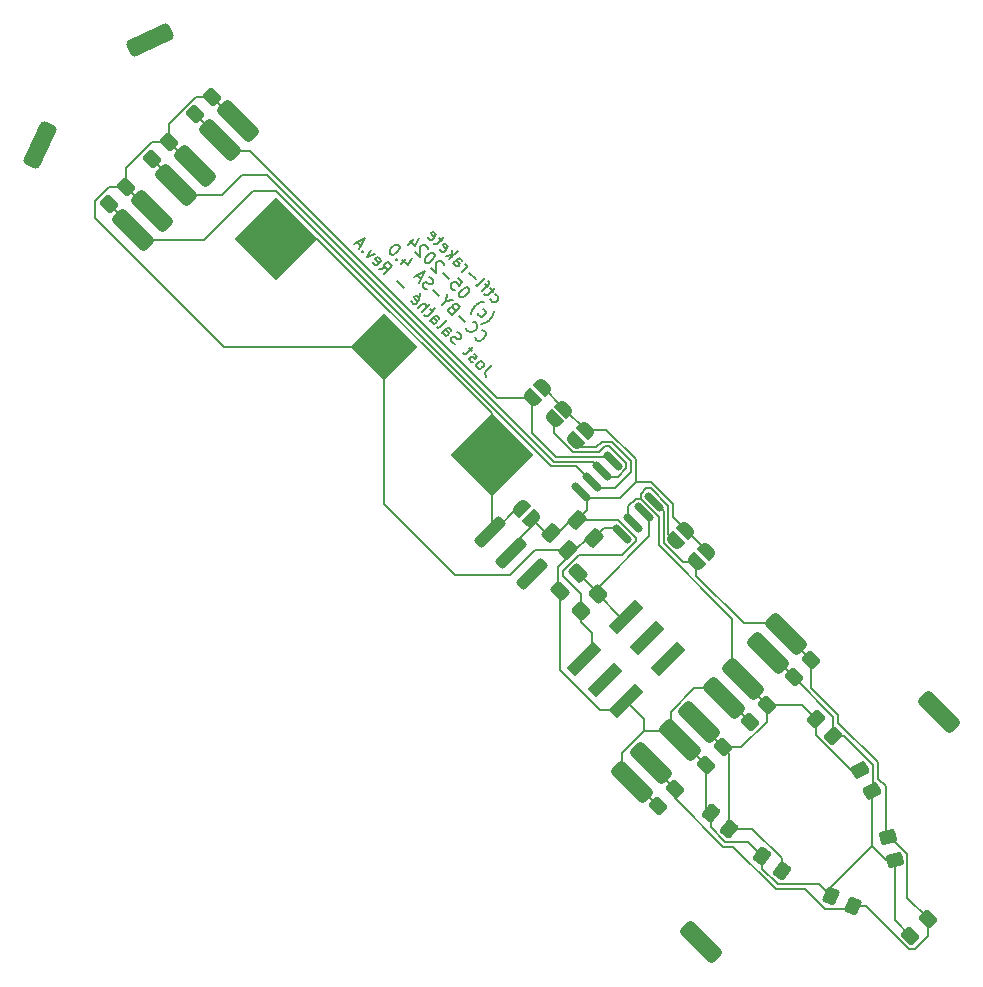
<source format=gbl>
G04 #@! TF.GenerationSoftware,KiCad,Pcbnew,8.0.2-8.0.2-0~ubuntu22.04.1*
G04 #@! TF.CreationDate,2024-05-28T23:24:00+02:00*
G04 #@! TF.ProjectId,ctfl-rakete-tht,6374666c-2d72-4616-9b65-74652d746874,rev?*
G04 #@! TF.SameCoordinates,Original*
G04 #@! TF.FileFunction,Copper,L2,Bot*
G04 #@! TF.FilePolarity,Positive*
%FSLAX46Y46*%
G04 Gerber Fmt 4.6, Leading zero omitted, Abs format (unit mm)*
G04 Created by KiCad (PCBNEW 8.0.2-8.0.2-0~ubuntu22.04.1) date 2024-05-28 23:24:00*
%MOMM*%
%LPD*%
G01*
G04 APERTURE LIST*
G04 Aperture macros list*
%AMRoundRect*
0 Rectangle with rounded corners*
0 $1 Rounding radius*
0 $2 $3 $4 $5 $6 $7 $8 $9 X,Y pos of 4 corners*
0 Add a 4 corners polygon primitive as box body*
4,1,4,$2,$3,$4,$5,$6,$7,$8,$9,$2,$3,0*
0 Add four circle primitives for the rounded corners*
1,1,$1+$1,$2,$3*
1,1,$1+$1,$4,$5*
1,1,$1+$1,$6,$7*
1,1,$1+$1,$8,$9*
0 Add four rect primitives between the rounded corners*
20,1,$1+$1,$2,$3,$4,$5,0*
20,1,$1+$1,$4,$5,$6,$7,0*
20,1,$1+$1,$6,$7,$8,$9,0*
20,1,$1+$1,$8,$9,$2,$3,0*%
%AMRotRect*
0 Rectangle, with rotation*
0 The origin of the aperture is its center*
0 $1 length*
0 $2 width*
0 $3 Rotation angle, in degrees counterclockwise*
0 Add horizontal line*
21,1,$1,$2,0,0,$3*%
%AMFreePoly0*
4,1,19,0.499999,-0.750000,0.000000,-0.750000,0.000000,-0.744912,-0.071157,-0.744911,-0.207708,-0.704816,-0.327430,-0.627875,-0.420627,-0.520320,-0.479746,-0.390866,-0.500000,-0.250000,-0.500000,0.250000,-0.479746,0.390866,-0.420627,0.520320,-0.327430,0.627875,-0.207708,0.704816,-0.071157,0.744911,0.000000,0.744912,0.000000,0.750000,0.499999,0.750000,0.499999,-0.750000,0.499999,-0.750000,
$1*%
%AMFreePoly1*
4,1,19,0.000000,0.744912,0.071157,0.744911,0.207708,0.704816,0.327430,0.627875,0.420627,0.520320,0.479746,0.390866,0.500000,0.250000,0.500000,-0.250000,0.479746,-0.390866,0.420627,-0.520320,0.327430,-0.627875,0.207708,-0.704816,0.071157,-0.744911,0.000000,-0.744912,0.000000,-0.750000,-0.499999,-0.750000,-0.499999,0.750000,0.000000,0.750000,0.000000,0.744912,0.000000,0.744912,
$1*%
G04 Aperture macros list end*
%ADD10C,0.200000*%
G04 #@! TA.AperFunction,NonConductor*
%ADD11C,0.200000*%
G04 #@! TD*
G04 #@! TA.AperFunction,SMDPad,CuDef*
%ADD12RoundRect,0.250000X0.574524X0.097227X0.097227X0.574524X-0.574524X-0.097227X-0.097227X-0.574524X0*%
G04 #@! TD*
G04 #@! TA.AperFunction,SMDPad,CuDef*
%ADD13RotRect,5.000000X5.000000X315.000000*%
G04 #@! TD*
G04 #@! TA.AperFunction,SMDPad,CuDef*
%ADD14RotRect,4.000000X4.000000X315.000000*%
G04 #@! TD*
G04 #@! TA.AperFunction,SMDPad,CuDef*
%ADD15RoundRect,0.250000X0.546382X0.097939X0.078811X0.549467X-0.546382X-0.097939X-0.078811X-0.549467X0*%
G04 #@! TD*
G04 #@! TA.AperFunction,SMDPad,CuDef*
%ADD16FreePoly0,315.000000*%
G04 #@! TD*
G04 #@! TA.AperFunction,SMDPad,CuDef*
%ADD17FreePoly1,315.000000*%
G04 #@! TD*
G04 #@! TA.AperFunction,SMDPad,CuDef*
%ADD18FreePoly0,45.000000*%
G04 #@! TD*
G04 #@! TA.AperFunction,SMDPad,CuDef*
%ADD19FreePoly1,45.000000*%
G04 #@! TD*
G04 #@! TA.AperFunction,SMDPad,CuDef*
%ADD20RoundRect,0.250000X0.088388X-0.548008X0.548008X-0.088388X-0.088388X0.548008X-0.548008X0.088388X0*%
G04 #@! TD*
G04 #@! TA.AperFunction,SMDPad,CuDef*
%ADD21RoundRect,0.250000X0.551142X-0.066087X0.236016X0.502416X-0.551142X0.066087X-0.236016X-0.502416X0*%
G04 #@! TD*
G04 #@! TA.AperFunction,SMDPad,CuDef*
%ADD22RoundRect,0.375000X0.883883X-1.414214X1.414214X-0.883883X-0.883883X1.414214X-1.414214X0.883883X0*%
G04 #@! TD*
G04 #@! TA.AperFunction,SMDPad,CuDef*
%ADD23RoundRect,0.375000X-0.883883X1.414214X-1.414214X0.883883X0.883883X-1.414214X1.414214X-0.883883X0*%
G04 #@! TD*
G04 #@! TA.AperFunction,SMDPad,CuDef*
%ADD24RoundRect,0.250000X-0.088388X0.548008X-0.548008X0.088388X0.088388X-0.548008X0.548008X-0.088388X0*%
G04 #@! TD*
G04 #@! TA.AperFunction,SMDPad,CuDef*
%ADD25RoundRect,0.375000X-1.026620X-1.314268X-0.346889X-1.631232X1.026620X1.314268X0.346889X1.631232X0*%
G04 #@! TD*
G04 #@! TA.AperFunction,SMDPad,CuDef*
%ADD26RoundRect,0.375000X-1.631232X-0.346889X-1.314268X-1.026620X1.631232X0.346889X1.314268X1.026620X0*%
G04 #@! TD*
G04 #@! TA.AperFunction,SMDPad,CuDef*
%ADD27RoundRect,0.250000X-0.538219X-0.135814X-0.040290X-0.553626X0.538219X0.135814X0.040290X0.553626X0*%
G04 #@! TD*
G04 #@! TA.AperFunction,SMDPad,CuDef*
%ADD28RoundRect,0.250000X-0.530373X-0.163796X-0.011260X-0.554976X0.530373X0.163796X0.011260X0.554976X0*%
G04 #@! TD*
G04 #@! TA.AperFunction,SMDPad,CuDef*
%ADD29RotRect,3.150000X1.000000X225.000000*%
G04 #@! TD*
G04 #@! TA.AperFunction,SMDPad,CuDef*
%ADD30RoundRect,0.200000X1.131371X0.707107X0.707107X1.131371X-1.131371X-0.707107X-0.707107X-1.131371X0*%
G04 #@! TD*
G04 #@! TA.AperFunction,SMDPad,CuDef*
%ADD31RoundRect,0.150000X-0.689429X0.477297X0.477297X-0.689429X0.689429X-0.477297X-0.477297X0.689429X0*%
G04 #@! TD*
G04 #@! TA.AperFunction,SMDPad,CuDef*
%ADD32RoundRect,0.250000X0.518783X-0.197457X0.350550X0.430394X-0.518783X0.197457X-0.350550X-0.430394X0*%
G04 #@! TD*
G04 #@! TA.AperFunction,SMDPad,CuDef*
%ADD33RoundRect,0.250000X0.097227X-0.574524X0.574524X-0.097227X-0.097227X0.574524X-0.574524X0.097227X0*%
G04 #@! TD*
G04 #@! TA.AperFunction,SMDPad,CuDef*
%ADD34RoundRect,0.250000X0.070711X-0.565685X0.565685X-0.070711X-0.070711X0.565685X-0.565685X0.070711X0*%
G04 #@! TD*
G04 #@! TA.AperFunction,SMDPad,CuDef*
%ADD35RoundRect,0.250000X-0.479934X-0.278906X0.113871X-0.543285X0.479934X0.278906X-0.113871X0.543285X0*%
G04 #@! TD*
G04 #@! TA.AperFunction,Conductor*
%ADD36C,0.200000*%
G04 #@! TD*
G04 APERTURE END LIST*
D10*
D11*
X142734479Y-74648941D02*
X142768150Y-74749956D01*
X142768150Y-74749956D02*
X142902838Y-74884643D01*
X142902838Y-74884643D02*
X143003853Y-74918315D01*
X143003853Y-74918315D02*
X143071196Y-74918315D01*
X143071196Y-74918315D02*
X143172212Y-74884643D01*
X143172212Y-74884643D02*
X143374242Y-74682612D01*
X143374242Y-74682612D02*
X143407914Y-74581597D01*
X143407914Y-74581597D02*
X143407914Y-74514254D01*
X143407914Y-74514254D02*
X143374242Y-74413238D01*
X143374242Y-74413238D02*
X143239555Y-74278551D01*
X143239555Y-74278551D02*
X143138540Y-74244880D01*
X142970181Y-74009177D02*
X142700807Y-73739803D01*
X143104868Y-73672460D02*
X142498776Y-74278551D01*
X142498776Y-74278551D02*
X142397761Y-74312223D01*
X142397761Y-74312223D02*
X142296746Y-74278551D01*
X142296746Y-74278551D02*
X142229402Y-74211208D01*
X142566120Y-73605116D02*
X142296746Y-73335742D01*
X141993700Y-73975505D02*
X142599791Y-73369414D01*
X142599791Y-73369414D02*
X142633463Y-73268398D01*
X142633463Y-73268398D02*
X142599791Y-73167383D01*
X142599791Y-73167383D02*
X142532448Y-73100040D01*
X141488623Y-73470429D02*
X141589638Y-73504100D01*
X141589638Y-73504100D02*
X141690654Y-73470429D01*
X141690654Y-73470429D02*
X142296745Y-72864337D01*
X141488623Y-72931680D02*
X140949875Y-72392932D01*
X140343784Y-72325589D02*
X140815188Y-71854184D01*
X140680501Y-71988871D02*
X140714173Y-71887856D01*
X140714173Y-71887856D02*
X140714173Y-71820513D01*
X140714173Y-71820513D02*
X140680501Y-71719497D01*
X140680501Y-71719497D02*
X140613158Y-71652154D01*
X139603005Y-71584810D02*
X139973394Y-71214421D01*
X139973394Y-71214421D02*
X140074409Y-71180749D01*
X140074409Y-71180749D02*
X140175424Y-71214421D01*
X140175424Y-71214421D02*
X140310111Y-71349108D01*
X140310111Y-71349108D02*
X140343783Y-71450123D01*
X139636676Y-71551138D02*
X139670348Y-71652154D01*
X139670348Y-71652154D02*
X139838707Y-71820512D01*
X139838707Y-71820512D02*
X139939722Y-71854184D01*
X139939722Y-71854184D02*
X140040737Y-71820512D01*
X140040737Y-71820512D02*
X140108081Y-71753169D01*
X140108081Y-71753169D02*
X140141753Y-71652154D01*
X140141753Y-71652154D02*
X140108081Y-71551138D01*
X140108081Y-71551138D02*
X139939722Y-71382780D01*
X139939722Y-71382780D02*
X139906050Y-71281764D01*
X139266287Y-71248093D02*
X139973394Y-70540986D01*
X139468318Y-70911375D02*
X138996913Y-70978718D01*
X139468318Y-70507314D02*
X139468318Y-71046062D01*
X138458165Y-70372627D02*
X138491837Y-70473642D01*
X138491837Y-70473642D02*
X138626524Y-70608329D01*
X138626524Y-70608329D02*
X138727539Y-70642001D01*
X138727539Y-70642001D02*
X138828554Y-70608329D01*
X138828554Y-70608329D02*
X139097928Y-70338955D01*
X139097928Y-70338955D02*
X139131600Y-70237940D01*
X139131600Y-70237940D02*
X139097928Y-70136925D01*
X139097928Y-70136925D02*
X138963241Y-70002238D01*
X138963241Y-70002238D02*
X138862226Y-69968566D01*
X138862226Y-69968566D02*
X138761211Y-70002238D01*
X138761211Y-70002238D02*
X138693867Y-70069581D01*
X138693867Y-70069581D02*
X138963241Y-70473642D01*
X138660195Y-69699192D02*
X138390821Y-69429818D01*
X138794882Y-69362474D02*
X138188791Y-69968566D01*
X138188791Y-69968566D02*
X138087776Y-70002237D01*
X138087776Y-70002237D02*
X137986760Y-69968566D01*
X137986760Y-69968566D02*
X137919417Y-69901222D01*
X137448012Y-69362474D02*
X137481684Y-69463489D01*
X137481684Y-69463489D02*
X137616371Y-69598176D01*
X137616371Y-69598176D02*
X137717386Y-69631848D01*
X137717386Y-69631848D02*
X137818401Y-69598176D01*
X137818401Y-69598176D02*
X138087775Y-69328802D01*
X138087775Y-69328802D02*
X138121447Y-69227787D01*
X138121447Y-69227787D02*
X138087775Y-69126772D01*
X138087775Y-69126772D02*
X137953088Y-68992085D01*
X137953088Y-68992085D02*
X137852073Y-68958413D01*
X137852073Y-68958413D02*
X137751058Y-68992085D01*
X137751058Y-68992085D02*
X137683714Y-69059428D01*
X137683714Y-69059428D02*
X137953088Y-69463489D01*
X141932794Y-76730151D02*
X142000137Y-76730151D01*
X142000137Y-76730151D02*
X142168496Y-76696479D01*
X142168496Y-76696479D02*
X142269511Y-76662808D01*
X142269511Y-76662808D02*
X142404198Y-76595464D01*
X142404198Y-76595464D02*
X142606229Y-76460777D01*
X142606229Y-76460777D02*
X142740916Y-76326090D01*
X142740916Y-76326090D02*
X142875603Y-76124060D01*
X142875603Y-76124060D02*
X142942946Y-75989373D01*
X142942946Y-75989373D02*
X142976618Y-75888357D01*
X142976618Y-75888357D02*
X143010290Y-75719999D01*
X143010290Y-75719999D02*
X143010290Y-75652655D01*
X141663419Y-75854685D02*
X141697091Y-75955701D01*
X141697091Y-75955701D02*
X141831778Y-76090388D01*
X141831778Y-76090388D02*
X141932793Y-76124059D01*
X141932793Y-76124059D02*
X142000137Y-76124059D01*
X142000137Y-76124059D02*
X142101152Y-76090388D01*
X142101152Y-76090388D02*
X142303183Y-75888357D01*
X142303183Y-75888357D02*
X142336855Y-75787342D01*
X142336855Y-75787342D02*
X142336855Y-75719998D01*
X142336855Y-75719998D02*
X142303183Y-75618983D01*
X142303183Y-75618983D02*
X142168496Y-75484296D01*
X142168496Y-75484296D02*
X142067480Y-75450624D01*
X141124671Y-75922029D02*
X141124671Y-75854685D01*
X141124671Y-75854685D02*
X141158343Y-75686326D01*
X141158343Y-75686326D02*
X141192015Y-75585311D01*
X141192015Y-75585311D02*
X141259358Y-75450624D01*
X141259358Y-75450624D02*
X141394045Y-75248594D01*
X141394045Y-75248594D02*
X141528732Y-75113907D01*
X141528732Y-75113907D02*
X141730763Y-74979220D01*
X141730763Y-74979220D02*
X141865450Y-74911876D01*
X141865450Y-74911876D02*
X141966465Y-74878204D01*
X141966465Y-74878204D02*
X142134824Y-74844533D01*
X142134824Y-74844533D02*
X142202167Y-74844533D01*
X140888969Y-73733364D02*
X140821625Y-73666021D01*
X140821625Y-73666021D02*
X140720610Y-73632349D01*
X140720610Y-73632349D02*
X140653266Y-73632349D01*
X140653266Y-73632349D02*
X140552251Y-73666021D01*
X140552251Y-73666021D02*
X140383892Y-73767036D01*
X140383892Y-73767036D02*
X140215534Y-73935395D01*
X140215534Y-73935395D02*
X140114518Y-74103754D01*
X140114518Y-74103754D02*
X140080847Y-74204769D01*
X140080847Y-74204769D02*
X140080847Y-74272113D01*
X140080847Y-74272113D02*
X140114518Y-74373128D01*
X140114518Y-74373128D02*
X140181862Y-74440471D01*
X140181862Y-74440471D02*
X140282877Y-74474143D01*
X140282877Y-74474143D02*
X140350221Y-74474143D01*
X140350221Y-74474143D02*
X140451236Y-74440471D01*
X140451236Y-74440471D02*
X140619595Y-74339456D01*
X140619595Y-74339456D02*
X140787953Y-74171097D01*
X140787953Y-74171097D02*
X140888969Y-74002739D01*
X140888969Y-74002739D02*
X140922640Y-73901723D01*
X140922640Y-73901723D02*
X140922640Y-73834380D01*
X140922640Y-73834380D02*
X140888969Y-73733364D01*
X140013503Y-72857899D02*
X140350221Y-73194616D01*
X140350221Y-73194616D02*
X140047175Y-73565006D01*
X140047175Y-73565006D02*
X140047175Y-73497662D01*
X140047175Y-73497662D02*
X140013503Y-73396647D01*
X140013503Y-73396647D02*
X139845144Y-73228288D01*
X139845144Y-73228288D02*
X139744129Y-73194616D01*
X139744129Y-73194616D02*
X139676786Y-73194616D01*
X139676786Y-73194616D02*
X139575770Y-73228288D01*
X139575770Y-73228288D02*
X139407412Y-73396647D01*
X139407412Y-73396647D02*
X139373740Y-73497662D01*
X139373740Y-73497662D02*
X139373740Y-73565006D01*
X139373740Y-73565006D02*
X139407412Y-73666021D01*
X139407412Y-73666021D02*
X139575770Y-73834380D01*
X139575770Y-73834380D02*
X139676786Y-73868051D01*
X139676786Y-73868051D02*
X139744129Y-73868051D01*
X139239053Y-72958914D02*
X138700305Y-72420166D01*
X138767648Y-71746731D02*
X138767648Y-71679388D01*
X138767648Y-71679388D02*
X138733977Y-71578373D01*
X138733977Y-71578373D02*
X138565618Y-71410014D01*
X138565618Y-71410014D02*
X138464603Y-71376342D01*
X138464603Y-71376342D02*
X138397259Y-71376342D01*
X138397259Y-71376342D02*
X138296244Y-71410014D01*
X138296244Y-71410014D02*
X138228900Y-71477357D01*
X138228900Y-71477357D02*
X138161557Y-71612044D01*
X138161557Y-71612044D02*
X138161557Y-72420166D01*
X138161557Y-72420166D02*
X137723824Y-71982434D01*
X137993198Y-70837594D02*
X137925855Y-70770250D01*
X137925855Y-70770250D02*
X137824839Y-70736579D01*
X137824839Y-70736579D02*
X137757496Y-70736579D01*
X137757496Y-70736579D02*
X137656481Y-70770250D01*
X137656481Y-70770250D02*
X137488122Y-70871266D01*
X137488122Y-70871266D02*
X137319763Y-71039624D01*
X137319763Y-71039624D02*
X137218748Y-71207983D01*
X137218748Y-71207983D02*
X137185076Y-71308998D01*
X137185076Y-71308998D02*
X137185076Y-71376342D01*
X137185076Y-71376342D02*
X137218748Y-71477357D01*
X137218748Y-71477357D02*
X137286091Y-71544701D01*
X137286091Y-71544701D02*
X137387107Y-71578372D01*
X137387107Y-71578372D02*
X137454450Y-71578372D01*
X137454450Y-71578372D02*
X137555465Y-71544701D01*
X137555465Y-71544701D02*
X137723824Y-71443685D01*
X137723824Y-71443685D02*
X137892183Y-71275327D01*
X137892183Y-71275327D02*
X137993198Y-71106968D01*
X137993198Y-71106968D02*
X138026870Y-71005953D01*
X138026870Y-71005953D02*
X138026870Y-70938609D01*
X138026870Y-70938609D02*
X137993198Y-70837594D01*
X137420778Y-70399861D02*
X137420778Y-70332518D01*
X137420778Y-70332518D02*
X137387107Y-70231502D01*
X137387107Y-70231502D02*
X137218748Y-70063144D01*
X137218748Y-70063144D02*
X137117733Y-70029472D01*
X137117733Y-70029472D02*
X137050389Y-70029472D01*
X137050389Y-70029472D02*
X136949374Y-70063144D01*
X136949374Y-70063144D02*
X136882030Y-70130487D01*
X136882030Y-70130487D02*
X136814687Y-70265174D01*
X136814687Y-70265174D02*
X136814687Y-71073296D01*
X136814687Y-71073296D02*
X136376954Y-70635563D01*
X136242267Y-69558067D02*
X135770862Y-70029472D01*
X136680000Y-69457052D02*
X136343282Y-70130487D01*
X136343282Y-70130487D02*
X135905549Y-69692754D01*
X141417319Y-77818045D02*
X141417319Y-77885389D01*
X141417319Y-77885389D02*
X141484662Y-78020076D01*
X141484662Y-78020076D02*
X141552006Y-78087419D01*
X141552006Y-78087419D02*
X141686693Y-78154763D01*
X141686693Y-78154763D02*
X141821380Y-78154763D01*
X141821380Y-78154763D02*
X141922395Y-78121091D01*
X141922395Y-78121091D02*
X142090754Y-78020076D01*
X142090754Y-78020076D02*
X142191769Y-77919061D01*
X142191769Y-77919061D02*
X142292785Y-77750702D01*
X142292785Y-77750702D02*
X142326456Y-77649687D01*
X142326456Y-77649687D02*
X142326456Y-77515000D01*
X142326456Y-77515000D02*
X142259113Y-77380313D01*
X142259113Y-77380313D02*
X142191769Y-77312969D01*
X142191769Y-77312969D02*
X142057082Y-77245626D01*
X142057082Y-77245626D02*
X141989739Y-77245626D01*
X140710212Y-77110939D02*
X140710212Y-77178282D01*
X140710212Y-77178282D02*
X140777556Y-77312969D01*
X140777556Y-77312969D02*
X140844899Y-77380313D01*
X140844899Y-77380313D02*
X140979586Y-77447656D01*
X140979586Y-77447656D02*
X141114273Y-77447656D01*
X141114273Y-77447656D02*
X141215288Y-77413984D01*
X141215288Y-77413984D02*
X141383647Y-77312969D01*
X141383647Y-77312969D02*
X141484662Y-77211954D01*
X141484662Y-77211954D02*
X141585678Y-77043595D01*
X141585678Y-77043595D02*
X141619349Y-76942580D01*
X141619349Y-76942580D02*
X141619349Y-76807893D01*
X141619349Y-76807893D02*
X141552006Y-76673206D01*
X141552006Y-76673206D02*
X141484662Y-76605862D01*
X141484662Y-76605862D02*
X141349975Y-76538519D01*
X141349975Y-76538519D02*
X141282632Y-76538519D01*
X140609197Y-76605862D02*
X140070449Y-76067114D01*
X139599045Y-75393679D02*
X139464358Y-75326336D01*
X139464358Y-75326336D02*
X139397014Y-75326336D01*
X139397014Y-75326336D02*
X139295999Y-75360008D01*
X139295999Y-75360008D02*
X139194984Y-75461023D01*
X139194984Y-75461023D02*
X139161312Y-75562038D01*
X139161312Y-75562038D02*
X139161312Y-75629382D01*
X139161312Y-75629382D02*
X139194984Y-75730397D01*
X139194984Y-75730397D02*
X139464358Y-75999771D01*
X139464358Y-75999771D02*
X140171464Y-75292664D01*
X140171464Y-75292664D02*
X139935762Y-75056962D01*
X139935762Y-75056962D02*
X139834747Y-75023290D01*
X139834747Y-75023290D02*
X139767403Y-75023290D01*
X139767403Y-75023290D02*
X139666388Y-75056962D01*
X139666388Y-75056962D02*
X139599045Y-75124305D01*
X139599045Y-75124305D02*
X139565373Y-75225321D01*
X139565373Y-75225321D02*
X139565373Y-75292664D01*
X139565373Y-75292664D02*
X139599045Y-75393679D01*
X139599045Y-75393679D02*
X139834747Y-75629382D01*
X138959281Y-74821260D02*
X138622564Y-75157977D01*
X139565373Y-74686573D02*
X138959281Y-74821260D01*
X138959281Y-74821260D02*
X139093968Y-74215168D01*
X138420533Y-74417199D02*
X137881785Y-73878451D01*
X137343037Y-73811107D02*
X137208350Y-73743764D01*
X137208350Y-73743764D02*
X137039992Y-73575405D01*
X137039992Y-73575405D02*
X137006320Y-73474390D01*
X137006320Y-73474390D02*
X137006320Y-73407046D01*
X137006320Y-73407046D02*
X137039992Y-73306031D01*
X137039992Y-73306031D02*
X137107335Y-73238687D01*
X137107335Y-73238687D02*
X137208350Y-73205016D01*
X137208350Y-73205016D02*
X137275694Y-73205016D01*
X137275694Y-73205016D02*
X137376709Y-73238687D01*
X137376709Y-73238687D02*
X137545068Y-73339703D01*
X137545068Y-73339703D02*
X137646083Y-73373374D01*
X137646083Y-73373374D02*
X137713427Y-73373374D01*
X137713427Y-73373374D02*
X137814442Y-73339703D01*
X137814442Y-73339703D02*
X137881785Y-73272359D01*
X137881785Y-73272359D02*
X137915457Y-73171344D01*
X137915457Y-73171344D02*
X137915457Y-73104000D01*
X137915457Y-73104000D02*
X137881785Y-73002985D01*
X137881785Y-73002985D02*
X137713427Y-72834626D01*
X137713427Y-72834626D02*
X137578740Y-72767283D01*
X136837961Y-72969313D02*
X136501243Y-72632596D01*
X136703274Y-73238687D02*
X137174679Y-72295878D01*
X137174679Y-72295878D02*
X136231869Y-72767283D01*
X135625778Y-71218382D02*
X135154373Y-71689787D01*
X136063510Y-71117367D02*
X135726793Y-71790802D01*
X135726793Y-71790802D02*
X135289060Y-71353069D01*
X134851327Y-71252054D02*
X134783984Y-71252054D01*
X134783984Y-71252054D02*
X134783984Y-71319397D01*
X134783984Y-71319397D02*
X134851327Y-71319397D01*
X134851327Y-71319397D02*
X134851327Y-71252054D01*
X134851327Y-71252054D02*
X134783984Y-71319397D01*
X135019686Y-70140886D02*
X134952343Y-70073543D01*
X134952343Y-70073543D02*
X134851328Y-70039871D01*
X134851328Y-70039871D02*
X134783984Y-70039871D01*
X134783984Y-70039871D02*
X134682969Y-70073543D01*
X134682969Y-70073543D02*
X134514610Y-70174558D01*
X134514610Y-70174558D02*
X134346251Y-70342917D01*
X134346251Y-70342917D02*
X134245236Y-70511276D01*
X134245236Y-70511276D02*
X134211564Y-70612291D01*
X134211564Y-70612291D02*
X134211564Y-70679634D01*
X134211564Y-70679634D02*
X134245236Y-70780650D01*
X134245236Y-70780650D02*
X134312580Y-70847993D01*
X134312580Y-70847993D02*
X134413595Y-70881665D01*
X134413595Y-70881665D02*
X134480938Y-70881665D01*
X134480938Y-70881665D02*
X134581954Y-70847993D01*
X134581954Y-70847993D02*
X134750312Y-70746978D01*
X134750312Y-70746978D02*
X134918671Y-70578619D01*
X134918671Y-70578619D02*
X135019686Y-70410260D01*
X135019686Y-70410260D02*
X135053358Y-70309245D01*
X135053358Y-70309245D02*
X135053358Y-70241902D01*
X135053358Y-70241902D02*
X135019686Y-70140886D01*
X142837971Y-80235975D02*
X142332895Y-80741051D01*
X142332895Y-80741051D02*
X142265551Y-80875738D01*
X142265551Y-80875738D02*
X142265551Y-81010425D01*
X142265551Y-81010425D02*
X142332895Y-81145112D01*
X142332895Y-81145112D02*
X142400238Y-81212456D01*
X141693131Y-80505349D02*
X141794147Y-80539021D01*
X141794147Y-80539021D02*
X141861490Y-80539021D01*
X141861490Y-80539021D02*
X141962506Y-80505349D01*
X141962506Y-80505349D02*
X142164536Y-80303318D01*
X142164536Y-80303318D02*
X142198208Y-80202303D01*
X142198208Y-80202303D02*
X142198208Y-80134960D01*
X142198208Y-80134960D02*
X142164536Y-80033944D01*
X142164536Y-80033944D02*
X142063521Y-79932929D01*
X142063521Y-79932929D02*
X141962506Y-79899257D01*
X141962506Y-79899257D02*
X141895162Y-79899257D01*
X141895162Y-79899257D02*
X141794147Y-79932929D01*
X141794147Y-79932929D02*
X141592116Y-80134960D01*
X141592116Y-80134960D02*
X141558444Y-80235975D01*
X141558444Y-80235975D02*
X141558444Y-80303318D01*
X141558444Y-80303318D02*
X141592116Y-80404334D01*
X141592116Y-80404334D02*
X141693131Y-80505349D01*
X141221727Y-79966601D02*
X141120712Y-79932929D01*
X141120712Y-79932929D02*
X140986025Y-79798242D01*
X140986025Y-79798242D02*
X140952353Y-79697227D01*
X140952353Y-79697227D02*
X140986025Y-79596212D01*
X140986025Y-79596212D02*
X141019696Y-79562540D01*
X141019696Y-79562540D02*
X141120712Y-79528868D01*
X141120712Y-79528868D02*
X141221727Y-79562540D01*
X141221727Y-79562540D02*
X141322742Y-79663555D01*
X141322742Y-79663555D02*
X141423757Y-79697227D01*
X141423757Y-79697227D02*
X141524773Y-79663555D01*
X141524773Y-79663555D02*
X141558444Y-79629883D01*
X141558444Y-79629883D02*
X141592116Y-79528868D01*
X141592116Y-79528868D02*
X141558444Y-79427853D01*
X141558444Y-79427853D02*
X141457429Y-79326838D01*
X141457429Y-79326838D02*
X141356414Y-79293166D01*
X141154383Y-79023792D02*
X140885009Y-78754418D01*
X141289070Y-78687074D02*
X140682979Y-79293166D01*
X140682979Y-79293166D02*
X140581963Y-79326837D01*
X140581963Y-79326837D02*
X140480948Y-79293166D01*
X140480948Y-79293166D02*
X140413605Y-79225822D01*
X139706497Y-78451371D02*
X139571810Y-78384028D01*
X139571810Y-78384028D02*
X139403452Y-78215669D01*
X139403452Y-78215669D02*
X139369780Y-78114654D01*
X139369780Y-78114654D02*
X139369780Y-78047310D01*
X139369780Y-78047310D02*
X139403452Y-77946295D01*
X139403452Y-77946295D02*
X139470795Y-77878952D01*
X139470795Y-77878952D02*
X139571810Y-77845280D01*
X139571810Y-77845280D02*
X139639154Y-77845280D01*
X139639154Y-77845280D02*
X139740169Y-77878952D01*
X139740169Y-77878952D02*
X139908528Y-77979967D01*
X139908528Y-77979967D02*
X140009543Y-78013639D01*
X140009543Y-78013639D02*
X140076887Y-78013639D01*
X140076887Y-78013639D02*
X140177902Y-77979967D01*
X140177902Y-77979967D02*
X140245246Y-77912623D01*
X140245246Y-77912623D02*
X140278917Y-77811608D01*
X140278917Y-77811608D02*
X140278917Y-77744265D01*
X140278917Y-77744265D02*
X140245246Y-77643249D01*
X140245246Y-77643249D02*
X140076887Y-77474891D01*
X140076887Y-77474891D02*
X139942200Y-77407547D01*
X138662673Y-77474891D02*
X139033062Y-77104501D01*
X139033062Y-77104501D02*
X139134078Y-77070830D01*
X139134078Y-77070830D02*
X139235093Y-77104501D01*
X139235093Y-77104501D02*
X139369780Y-77239188D01*
X139369780Y-77239188D02*
X139403452Y-77340204D01*
X138696345Y-77441219D02*
X138730017Y-77542234D01*
X138730017Y-77542234D02*
X138898375Y-77710593D01*
X138898375Y-77710593D02*
X138999391Y-77744265D01*
X138999391Y-77744265D02*
X139100406Y-77710593D01*
X139100406Y-77710593D02*
X139167749Y-77643249D01*
X139167749Y-77643249D02*
X139201421Y-77542234D01*
X139201421Y-77542234D02*
X139167749Y-77441219D01*
X139167749Y-77441219D02*
X138999391Y-77272860D01*
X138999391Y-77272860D02*
X138965719Y-77171845D01*
X138224940Y-77037158D02*
X138325956Y-77070829D01*
X138325956Y-77070829D02*
X138426971Y-77037158D01*
X138426971Y-77037158D02*
X139033062Y-76431066D01*
X137652520Y-76464738D02*
X138022909Y-76094348D01*
X138022909Y-76094348D02*
X138123925Y-76060677D01*
X138123925Y-76060677D02*
X138224940Y-76094348D01*
X138224940Y-76094348D02*
X138359627Y-76229035D01*
X138359627Y-76229035D02*
X138393299Y-76330051D01*
X137686192Y-76431066D02*
X137719864Y-76532081D01*
X137719864Y-76532081D02*
X137888222Y-76700440D01*
X137888222Y-76700440D02*
X137989238Y-76734112D01*
X137989238Y-76734112D02*
X138090253Y-76700440D01*
X138090253Y-76700440D02*
X138157596Y-76633096D01*
X138157596Y-76633096D02*
X138191268Y-76532081D01*
X138191268Y-76532081D02*
X138157596Y-76431066D01*
X138157596Y-76431066D02*
X137989238Y-76262707D01*
X137989238Y-76262707D02*
X137955566Y-76161692D01*
X137888222Y-75757631D02*
X137618848Y-75488257D01*
X138022909Y-75420913D02*
X137416818Y-76027005D01*
X137416818Y-76027005D02*
X137315803Y-76060676D01*
X137315803Y-76060676D02*
X137214787Y-76027005D01*
X137214787Y-76027005D02*
X137147444Y-75959661D01*
X136911741Y-75723959D02*
X137618848Y-75016852D01*
X136608696Y-75420913D02*
X136979085Y-75050524D01*
X136979085Y-75050524D02*
X137080100Y-75016852D01*
X137080100Y-75016852D02*
X137181115Y-75050524D01*
X137181115Y-75050524D02*
X137282131Y-75151539D01*
X137282131Y-75151539D02*
X137315802Y-75252554D01*
X137315802Y-75252554D02*
X137315802Y-75319898D01*
X136036276Y-74781150D02*
X136069947Y-74882165D01*
X136069947Y-74882165D02*
X136204634Y-75016852D01*
X136204634Y-75016852D02*
X136305650Y-75050524D01*
X136305650Y-75050524D02*
X136406665Y-75016852D01*
X136406665Y-75016852D02*
X136676039Y-74747478D01*
X136676039Y-74747478D02*
X136709711Y-74646463D01*
X136709711Y-74646463D02*
X136676039Y-74545447D01*
X136676039Y-74545447D02*
X136541352Y-74410760D01*
X136541352Y-74410760D02*
X136440337Y-74377089D01*
X136440337Y-74377089D02*
X136339321Y-74410760D01*
X136339321Y-74410760D02*
X136271978Y-74478104D01*
X136271978Y-74478104D02*
X136541352Y-74882165D01*
X136810726Y-74141386D02*
X136810726Y-74343417D01*
X135396512Y-73669982D02*
X134857764Y-73131233D01*
X133308864Y-72121081D02*
X133881283Y-72020066D01*
X133712925Y-72525142D02*
X134420031Y-71818035D01*
X134420031Y-71818035D02*
X134150657Y-71548661D01*
X134150657Y-71548661D02*
X134049642Y-71514989D01*
X134049642Y-71514989D02*
X133982299Y-71514989D01*
X133982299Y-71514989D02*
X133881283Y-71548661D01*
X133881283Y-71548661D02*
X133780268Y-71649676D01*
X133780268Y-71649676D02*
X133746596Y-71750692D01*
X133746596Y-71750692D02*
X133746596Y-71818035D01*
X133746596Y-71818035D02*
X133780268Y-71919050D01*
X133780268Y-71919050D02*
X134049642Y-72188424D01*
X132770116Y-71514989D02*
X132803787Y-71616005D01*
X132803787Y-71616005D02*
X132938474Y-71750692D01*
X132938474Y-71750692D02*
X133039490Y-71784363D01*
X133039490Y-71784363D02*
X133140505Y-71750692D01*
X133140505Y-71750692D02*
X133409879Y-71481318D01*
X133409879Y-71481318D02*
X133443551Y-71380302D01*
X133443551Y-71380302D02*
X133409879Y-71279287D01*
X133409879Y-71279287D02*
X133275192Y-71144600D01*
X133275192Y-71144600D02*
X133174177Y-71110928D01*
X133174177Y-71110928D02*
X133073161Y-71144600D01*
X133073161Y-71144600D02*
X133005818Y-71211944D01*
X133005818Y-71211944D02*
X133275192Y-71616005D01*
X132938474Y-70807883D02*
X132298711Y-71110928D01*
X132298711Y-71110928D02*
X132601757Y-70471165D01*
X131928321Y-70605852D02*
X131860978Y-70605852D01*
X131860978Y-70605852D02*
X131860978Y-70673195D01*
X131860978Y-70673195D02*
X131928321Y-70673195D01*
X131928321Y-70673195D02*
X131928321Y-70605852D01*
X131928321Y-70605852D02*
X131860978Y-70673195D01*
X131759963Y-70168119D02*
X131423246Y-69831402D01*
X131625276Y-70437493D02*
X132096681Y-69494684D01*
X132096681Y-69494684D02*
X131153872Y-69966089D01*
D12*
X147830017Y-94437088D03*
X149297263Y-95904334D03*
D13*
X124542967Y-69542967D03*
X142857033Y-87857033D03*
D14*
X133700000Y-78700000D03*
D15*
X171763669Y-111587824D03*
X170289023Y-110163774D03*
D16*
X145340381Y-92340381D03*
D17*
X146259619Y-93259619D03*
D18*
X158380762Y-95119238D03*
D19*
X159300000Y-94200000D03*
D20*
X178299417Y-128551130D03*
X179748985Y-127101562D03*
D21*
X175021341Y-116278255D03*
X174027481Y-114485285D03*
D22*
X166205971Y-104601935D03*
D20*
X168399417Y-106651130D03*
X169848985Y-105201562D03*
D22*
X167799790Y-103008116D03*
D23*
X117694029Y-63398065D03*
D24*
X115500583Y-61348870D03*
X114051015Y-62798438D03*
D23*
X116100210Y-64991884D03*
X114094029Y-67198065D03*
D24*
X111900583Y-65148870D03*
X110451015Y-66598438D03*
D23*
X112500210Y-68791884D03*
D12*
X151533623Y-94833623D03*
X150066377Y-93366377D03*
D25*
X104600000Y-61600000D03*
D26*
X113900000Y-52700000D03*
D22*
X154705971Y-115501935D03*
D20*
X156899417Y-117551130D03*
X158348985Y-116101562D03*
D22*
X156299790Y-113908116D03*
D18*
X160180762Y-96919238D03*
D19*
X161100000Y-96000000D03*
D27*
X161390393Y-118159373D03*
X162960785Y-119477087D03*
D18*
X148080762Y-84819238D03*
D19*
X149000000Y-83900000D03*
D28*
X165755053Y-121807341D03*
X167392255Y-123041061D03*
D29*
X154189393Y-101518504D03*
X150618504Y-105089393D03*
X155985445Y-103314555D03*
X152414555Y-106885445D03*
X157781496Y-105110607D03*
X154210607Y-108681496D03*
D30*
X146270925Y-97921177D03*
X144474874Y-96125126D03*
X142678823Y-94329075D03*
D18*
X149880762Y-86619238D03*
D19*
X150800000Y-85700000D03*
D31*
X150402872Y-90996949D03*
X151300898Y-90098924D03*
X152198924Y-89200898D03*
X153096949Y-88302872D03*
X156597128Y-91803051D03*
X155699102Y-92701076D03*
X154801076Y-93599102D03*
X153903051Y-94497128D03*
D23*
X160600000Y-129100000D03*
D32*
X176959611Y-122133012D03*
X176429031Y-120152864D03*
D23*
X121394029Y-59598065D03*
D24*
X119200583Y-57548870D03*
X117751015Y-58998438D03*
D23*
X119800210Y-61191884D03*
D33*
X148666377Y-99333623D03*
X150133623Y-97866377D03*
D22*
X158805971Y-112001935D03*
D20*
X160999417Y-114051130D03*
X162448985Y-112601562D03*
D22*
X160399790Y-110408116D03*
X162505971Y-108401935D03*
D20*
X164699417Y-110451130D03*
X166148985Y-109001562D03*
D22*
X164099790Y-106808116D03*
D34*
X150392893Y-101007107D03*
X151807107Y-99592893D03*
D18*
X146280762Y-83019238D03*
D19*
X147200000Y-82100000D03*
D35*
X171562099Y-125177416D03*
X173434867Y-126011226D03*
D23*
X180700000Y-109600000D03*
D36*
X149297263Y-95904334D02*
X149895666Y-95904334D01*
X149895666Y-95904334D02*
X150966377Y-94833623D01*
X150966377Y-94833623D02*
X151533623Y-94833623D01*
X149297263Y-95904334D02*
X149297263Y-96502737D01*
X148500000Y-97300000D02*
X148500000Y-99167246D01*
X149297263Y-96502737D02*
X148500000Y-97300000D01*
X148500000Y-99167246D02*
X148666377Y-99333623D01*
X144400000Y-98000000D02*
X146495666Y-95904334D01*
X146495666Y-95904334D02*
X149297263Y-95904334D01*
X147830017Y-94437088D02*
X148462912Y-94437088D01*
X148462912Y-94437088D02*
X149533623Y-93366377D01*
X149533623Y-93366377D02*
X150066377Y-93366377D01*
X146259619Y-93259619D02*
X147437088Y-94437088D01*
X147437088Y-94437088D02*
X147830017Y-94437088D01*
X144474874Y-96125126D02*
X144474874Y-95625126D01*
X144474874Y-95625126D02*
X146259619Y-93840381D01*
X146259619Y-93840381D02*
X146259619Y-93259619D01*
X142678823Y-94329075D02*
X143024874Y-94329075D01*
X145013568Y-92340381D02*
X145340381Y-92340381D01*
X143024874Y-94329075D02*
X145013568Y-92340381D01*
X168399417Y-106651130D02*
X166350222Y-104601935D01*
X110486369Y-65148870D02*
X111900583Y-65148870D01*
X139700000Y-98000000D02*
X144400000Y-98000000D01*
X156899417Y-117551130D02*
X154850222Y-115501935D01*
X158805971Y-112001935D02*
X158000000Y-111195964D01*
X109300000Y-67800000D02*
X109300000Y-66335239D01*
X176959610Y-122133011D02*
X176959610Y-127211323D01*
X111900583Y-63534656D02*
X114086369Y-61348870D01*
X161390395Y-119360240D02*
X162630155Y-120600000D01*
X171562099Y-124378673D02*
X175021339Y-120919433D01*
X115500583Y-61348870D02*
X115500583Y-59834656D01*
X154705971Y-115501935D02*
X153900000Y-114695964D01*
X133700000Y-78700000D02*
X133700000Y-92000000D01*
X167077799Y-124200000D02*
X170584682Y-124200000D01*
X155755214Y-110226103D02*
X154210607Y-108681496D01*
X111900583Y-65148870D02*
X113949778Y-67198065D01*
X165755053Y-122877254D02*
X167077799Y-124200000D01*
X120200000Y-78700000D02*
X133700000Y-78700000D01*
X170584682Y-124200000D02*
X171562099Y-125177417D01*
X171763669Y-110015382D02*
X168399417Y-106651130D01*
X158000000Y-109555214D02*
X159955214Y-107600000D01*
X158004036Y-111200000D02*
X158805971Y-112001935D01*
X160999417Y-114051130D02*
X160999417Y-117768395D01*
X119200583Y-57548870D02*
X121249778Y-59598065D01*
X152000000Y-109400000D02*
X153492103Y-109400000D01*
X155755214Y-111200000D02*
X158004036Y-111200000D01*
X115500583Y-59834656D02*
X117786369Y-57548870D01*
X151533623Y-94833623D02*
X152367246Y-94000000D01*
X153405923Y-94000000D02*
X153903051Y-94497128D01*
X176959610Y-127211323D02*
X178299417Y-128551130D01*
X162630155Y-120600000D02*
X164547713Y-120600000D01*
X153900000Y-114695964D02*
X153900000Y-113055214D01*
X158000000Y-111195964D02*
X158000000Y-109555214D01*
X109300000Y-66335239D02*
X110486369Y-65148870D01*
X175021339Y-116278254D02*
X175021339Y-120919433D01*
X164547713Y-120600000D02*
X165755053Y-121807340D01*
X153492103Y-109400000D02*
X154210607Y-108681496D01*
X161704036Y-107600000D02*
X162505971Y-108401935D01*
X133700000Y-92000000D02*
X139700000Y-98000000D01*
X148666377Y-106066377D02*
X152000000Y-109400000D01*
X113949778Y-67198065D02*
X114094029Y-67198065D01*
X165755053Y-121807340D02*
X165755053Y-122877254D01*
X171763669Y-111587823D02*
X172650880Y-111587823D01*
X117549778Y-63398065D02*
X117694029Y-63398065D01*
X159955214Y-107600000D02*
X161704036Y-107600000D01*
X158950222Y-112001935D02*
X158805971Y-112001935D01*
X155755214Y-111200000D02*
X155755214Y-110226103D01*
X160999417Y-114051130D02*
X158950222Y-112001935D01*
X176234917Y-122133011D02*
X176959610Y-122133011D01*
X161390395Y-118159373D02*
X161390395Y-119360240D01*
X162650222Y-108401935D02*
X162505971Y-108401935D01*
X121249778Y-59598065D02*
X121394029Y-59598065D01*
X175131884Y-114068827D02*
X175131884Y-116167709D01*
X160999417Y-117768395D02*
X161390395Y-118159373D01*
X115500583Y-61348870D02*
X117549778Y-63398065D01*
X148666377Y-99333623D02*
X148666377Y-106066377D01*
X114086369Y-61348870D02*
X115500583Y-61348870D01*
X154850222Y-115501935D02*
X154705971Y-115501935D01*
X111900583Y-65148870D02*
X111900583Y-63534656D01*
X175131884Y-116167709D02*
X175021339Y-116278254D01*
X164699417Y-110451130D02*
X162650222Y-108401935D01*
X153900000Y-113055214D02*
X155755214Y-111200000D01*
X175021339Y-120919433D02*
X176234917Y-122133011D01*
X151367246Y-95000000D02*
X151533623Y-94833623D01*
X109300000Y-67800000D02*
X120200000Y-78700000D01*
X117786369Y-57548870D02*
X119200583Y-57548870D01*
X172650880Y-111587823D02*
X175131884Y-114068827D01*
X171763669Y-111587823D02*
X171763669Y-110015382D01*
X152367246Y-94000000D02*
X153405923Y-94000000D01*
X166350222Y-104601935D02*
X166205971Y-104601935D01*
X171562099Y-125177417D02*
X171562099Y-124378673D01*
X142857033Y-87857033D02*
X142857033Y-94150865D01*
X128078501Y-69542967D02*
X142857033Y-84321499D01*
X142857033Y-84321499D02*
X142857033Y-87857033D01*
X124542967Y-69542967D02*
X128078501Y-69542967D01*
X142857033Y-94150865D02*
X142678823Y-94329075D01*
X150132754Y-93300000D02*
X153554451Y-93300000D01*
X158200000Y-93100000D02*
X159300000Y-94200000D01*
X156368974Y-90160683D02*
X155039317Y-90160683D01*
X152565686Y-85700000D02*
X155039317Y-88173631D01*
X158200000Y-91991709D02*
X156368974Y-90160683D01*
X153700000Y-91500000D02*
X150905923Y-91500000D01*
X153903303Y-96300000D02*
X150250430Y-96300000D01*
X150800000Y-85700000D02*
X152565686Y-85700000D01*
X159300000Y-94200000D02*
X161100000Y-96000000D01*
X147200000Y-82100000D02*
X149000000Y-83900000D01*
X149000000Y-83900000D02*
X150800000Y-85700000D01*
X148900000Y-97650430D02*
X148900000Y-98100000D01*
X155039317Y-90160683D02*
X153700000Y-91500000D01*
X158200000Y-91991709D02*
X158200000Y-93100000D01*
X150066377Y-93366377D02*
X150900000Y-92532754D01*
X150250430Y-96300000D02*
X148900000Y-97650430D01*
X150618504Y-105089393D02*
X151300000Y-104407897D01*
X155100000Y-94845549D02*
X155100000Y-95103303D01*
X151300000Y-102900000D02*
X150392893Y-101992893D01*
X150066377Y-93366377D02*
X150132754Y-93300000D01*
X150900000Y-91494077D02*
X150402872Y-90996949D01*
X150905923Y-91500000D02*
X150402872Y-90996949D01*
X150392893Y-99592893D02*
X150392893Y-101007107D01*
X155039317Y-89460683D02*
X155039317Y-90160683D01*
X148900000Y-98100000D02*
X150392893Y-99592893D01*
X153554451Y-93300000D02*
X155100000Y-94845549D01*
X155039317Y-88173631D02*
X155039317Y-89460683D01*
X150392893Y-101992893D02*
X150392893Y-101007107D01*
X151300000Y-104407897D02*
X151300000Y-102900000D01*
X150900000Y-92532754D02*
X150900000Y-91494077D01*
X155100000Y-95103303D02*
X153903303Y-96300000D01*
X150133623Y-97866377D02*
X151807107Y-99539861D01*
X151807107Y-99092893D02*
X156200000Y-94700000D01*
X156200000Y-94700000D02*
X156200000Y-93201974D01*
X151807107Y-99592893D02*
X153732718Y-101518504D01*
X156200000Y-93201974D02*
X155699102Y-92701076D01*
X153732718Y-101518504D02*
X154189393Y-101518504D01*
X151807107Y-99592893D02*
X151807107Y-99092893D01*
X151807107Y-99539861D02*
X151807107Y-99592893D01*
X149880762Y-86619238D02*
X150461524Y-87200000D01*
X112500210Y-68647633D02*
X112500210Y-68791884D01*
X147904857Y-88804857D02*
X143257033Y-84157033D01*
X152200000Y-86700000D02*
X153000000Y-86700000D01*
X153000000Y-86700000D02*
X154639317Y-88339317D01*
X153300000Y-90600000D02*
X151801974Y-90600000D01*
X122600000Y-65500000D02*
X118500000Y-69600000D01*
X143257033Y-84155813D02*
X124601220Y-65500000D01*
X150461524Y-87200000D02*
X151700000Y-87200000D01*
X143257033Y-84157033D02*
X143257033Y-84155813D01*
X113308326Y-69600000D02*
X112500210Y-68791884D01*
X151700000Y-87200000D02*
X152200000Y-86700000D01*
X110451015Y-66598438D02*
X112500210Y-68647633D01*
X118500000Y-69600000D02*
X113308326Y-69600000D01*
X150006831Y-88804857D02*
X147904857Y-88804857D01*
X151801974Y-90600000D02*
X151300898Y-90098924D01*
X151300898Y-90098924D02*
X150006831Y-88804857D01*
X154639317Y-88339317D02*
X154639317Y-89260683D01*
X154639317Y-89260683D02*
X153300000Y-90600000D01*
X124601220Y-65500000D02*
X122600000Y-65500000D01*
X152198924Y-89200898D02*
X152698026Y-89700000D01*
X152800000Y-87100000D02*
X152400000Y-87100000D01*
X151331372Y-88400000D02*
X151326515Y-88404857D01*
X151066655Y-87600000D02*
X151061798Y-87604857D01*
X116100210Y-64847633D02*
X116100210Y-64991884D01*
X152698026Y-89700000D02*
X153502945Y-89700000D01*
X151398026Y-88400000D02*
X151331372Y-88400000D01*
X151900000Y-87600000D02*
X151066655Y-87600000D01*
X121700000Y-64100000D02*
X120000000Y-65800000D01*
X153502945Y-89700000D02*
X154239317Y-88963628D01*
X151061798Y-87604857D02*
X149704857Y-87604857D01*
X116908326Y-65800000D02*
X116100210Y-64991884D01*
X151326515Y-88404857D02*
X148104857Y-88404857D01*
X120000000Y-65800000D02*
X116908326Y-65800000D01*
X149704857Y-87604857D02*
X148080762Y-85980762D01*
X152400000Y-87100000D02*
X151900000Y-87600000D01*
X148080762Y-85980762D02*
X148080762Y-84819238D01*
X148104857Y-88404857D02*
X123800000Y-64100000D01*
X154239317Y-88539317D02*
X152800000Y-87100000D01*
X154239317Y-88963628D02*
X154239317Y-88539317D01*
X114051015Y-62798438D02*
X116100210Y-64847633D01*
X123800000Y-64100000D02*
X121700000Y-64100000D01*
X152198924Y-89200898D02*
X151398026Y-88400000D01*
X153096949Y-88302872D02*
X152798934Y-88004857D01*
X148304857Y-88004857D02*
X146280762Y-85980762D01*
X117751015Y-58998438D02*
X119800210Y-61047633D01*
X120708326Y-62100000D02*
X119800210Y-61191884D01*
X152798934Y-88004857D02*
X151568569Y-88004857D01*
X151563712Y-88000000D02*
X151232340Y-88000000D01*
X151232340Y-88000000D02*
X151227483Y-88004857D01*
X146280762Y-83019238D02*
X143319238Y-83019238D01*
X143319238Y-83019238D02*
X122400000Y-62100000D01*
X151568569Y-88004857D02*
X151563712Y-88000000D01*
X119800210Y-61047633D02*
X119800210Y-61191884D01*
X151227483Y-88004857D02*
X148304857Y-88004857D01*
X122400000Y-62100000D02*
X120708326Y-62100000D01*
X146280762Y-85980762D02*
X146280762Y-83019238D01*
X155458708Y-91558708D02*
X157000000Y-93100000D01*
X162448985Y-112601562D02*
X160399790Y-110552367D01*
X156995143Y-94681489D02*
X156995143Y-95495143D01*
X155454760Y-91554760D02*
X155454760Y-91142295D01*
X162960783Y-119477087D02*
X164898194Y-119477087D01*
X164099790Y-106952367D02*
X164099790Y-106808116D01*
X154400000Y-93198026D02*
X154400000Y-92197054D01*
X167392255Y-121971148D02*
X167392255Y-123041062D01*
X155038346Y-91558708D02*
X155458708Y-91558708D01*
X166148985Y-109001562D02*
X169126810Y-109001562D01*
X163200000Y-101700000D02*
X163200000Y-105908326D01*
X162960783Y-113113360D02*
X162960783Y-119477087D01*
X155936372Y-90660683D02*
X156303288Y-90660683D01*
X163963199Y-112601562D02*
X166148985Y-110415776D01*
X166148985Y-109001562D02*
X164099790Y-106952367D01*
X169126810Y-109001562D02*
X170289023Y-110163775D01*
X173238439Y-114485286D02*
X174027483Y-114485286D01*
X166148985Y-110415776D02*
X166148985Y-109001562D01*
X157000000Y-94676632D02*
X156995143Y-94681489D01*
X156995143Y-95495143D02*
X163200000Y-101700000D01*
X154801076Y-93599102D02*
X154400000Y-93198026D01*
X156303288Y-90660683D02*
X157800000Y-92157395D01*
X157800000Y-92157395D02*
X157800000Y-94538476D01*
X162448985Y-112601562D02*
X163963199Y-112601562D01*
X170289023Y-111535870D02*
X173238439Y-114485286D01*
X160399790Y-110552367D02*
X160399790Y-110408116D01*
X155454760Y-91142295D02*
X155936372Y-90660683D01*
X155458708Y-91558708D02*
X155454760Y-91554760D01*
X157000000Y-93100000D02*
X157000000Y-94676632D01*
X162448985Y-112601562D02*
X162960783Y-113113360D01*
X163200000Y-105908326D02*
X164099790Y-106808116D01*
X164898194Y-119477087D02*
X167392255Y-121971148D01*
X157800000Y-94538476D02*
X158380762Y-95119238D01*
X154400000Y-92197054D02*
X155038346Y-91558708D01*
X170289023Y-110163775D02*
X170289023Y-111535870D01*
X156597128Y-91803051D02*
X157400000Y-92605923D01*
X163300000Y-121000000D02*
X166900000Y-124600000D01*
X174511225Y-126011225D02*
X178154036Y-129654036D01*
X166900000Y-124600000D02*
X169400000Y-124600000D01*
X173434867Y-126011225D02*
X174511225Y-126011225D01*
X157395143Y-94847175D02*
X157395143Y-95295143D01*
X173170580Y-126275512D02*
X173434867Y-126011225D01*
X167799790Y-103152367D02*
X167799790Y-103008116D01*
X172200000Y-109886027D02*
X169848985Y-107535012D01*
X157400000Y-94842318D02*
X157395143Y-94847175D01*
X158348985Y-116101562D02*
X156299790Y-114052367D01*
X178154036Y-129654036D02*
X178645964Y-129654036D01*
X158348985Y-116884516D02*
X162464469Y-121000000D01*
X176200000Y-115900000D02*
X175531884Y-115231884D01*
X156299790Y-114052367D02*
X156299790Y-113908116D01*
X171075512Y-126275512D02*
X173170580Y-126275512D01*
X175531884Y-115231884D02*
X175531884Y-113831884D01*
X159019238Y-96919238D02*
X160180762Y-96919238D01*
X179748985Y-128551015D02*
X179748985Y-127101562D01*
X169848985Y-107535012D02*
X169848985Y-105201562D01*
X175531884Y-113831884D02*
X172200000Y-110500000D01*
X178031110Y-121641905D02*
X178031110Y-125331110D01*
X178031110Y-125331110D02*
X179748985Y-127048985D01*
X157395143Y-95295143D02*
X159019238Y-96919238D01*
X172200000Y-110500000D02*
X172200000Y-109886027D01*
X179748985Y-127048985D02*
X179748985Y-127101562D01*
X166891674Y-102100000D02*
X167799790Y-103008116D01*
X162464469Y-121000000D02*
X163300000Y-121000000D01*
X178645964Y-129654036D02*
X179748985Y-128551015D01*
X176542070Y-120152865D02*
X178031110Y-121641905D01*
X176200000Y-119923833D02*
X176200000Y-115900000D01*
X158348985Y-116101562D02*
X158348985Y-116884516D01*
X169848985Y-105201562D02*
X167799790Y-103152367D01*
X157400000Y-92605923D02*
X157400000Y-94842318D01*
X176429032Y-120152865D02*
X176200000Y-119923833D01*
X164200000Y-102100000D02*
X166891674Y-102100000D01*
X169400000Y-124600000D02*
X171075512Y-126275512D01*
X160180762Y-98080762D02*
X164200000Y-102100000D01*
X160180762Y-96919238D02*
X160180762Y-98080762D01*
X176429032Y-120152865D02*
X176542070Y-120152865D01*
M02*

</source>
